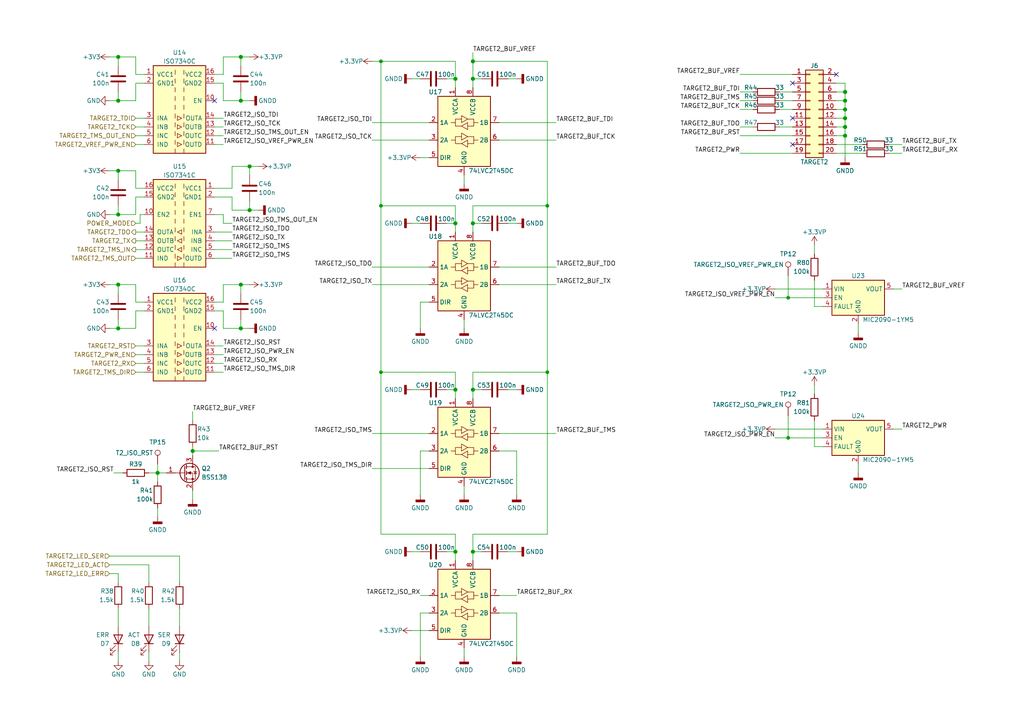
<source format=kicad_sch>
(kicad_sch (version 20221206) (generator eeschema)
  (paper "A4")
  (lib_symbols
    (symbol "Connector:TestPoint" (pin_numbers hide) (pin_names (offset 0.762) hide)
      (property "Reference" "TP" (at 0 6.858 0))
      (property "Value" "TestPoint" (at 0 5.08 0))
      (symbol "TestPoint_1_1"
        (pin passive line (at 0 0 90) (length 2.54) (name "1") (number "1"))
      )
    )
    (symbol "Connector_Generic:Conn_02x10_Odd_Even" (pin_names (offset 1.016) hide)
      (property "Reference" "J" (at 1.27 12.7 0))
      (property "Value" "Conn_02x10_Odd_Even" (at 1.27 -15.24 0))
      (symbol "Conn_02x10_Odd_Even_1_1"
        (pin passive line (at -5.08 10.16 0) (length 3.81) (name "Pin_1") (number "1"))
        (pin passive line (at 7.62 0 180) (length 3.81) (name "Pin_10") (number "10"))
        (pin passive line (at -5.08 -2.54 0) (length 3.81) (name "Pin_11") (number "11"))
        (pin passive line (at 7.62 -2.54 180) (length 3.81) (name "Pin_12") (number "12"))
        (pin passive line (at -5.08 -5.08 0) (length 3.81) (name "Pin_13") (number "13"))
        (pin passive line (at 7.62 -5.08 180) (length 3.81) (name "Pin_14") (number "14"))
        (pin passive line (at -5.08 -7.62 0) (length 3.81) (name "Pin_15") (number "15"))
        (pin passive line (at 7.62 -7.62 180) (length 3.81) (name "Pin_16") (number "16"))
        (pin passive line (at -5.08 -10.16 0) (length 3.81) (name "Pin_17") (number "17"))
        (pin passive line (at 7.62 -10.16 180) (length 3.81) (name "Pin_18") (number "18"))
        (pin passive line (at -5.08 -12.7 0) (length 3.81) (name "Pin_19") (number "19"))
        (pin passive line (at 7.62 10.16 180) (length 3.81) (name "Pin_2") (number "2"))
        (pin passive line (at 7.62 -12.7 180) (length 3.81) (name "Pin_20") (number "20"))
        (pin passive line (at -5.08 7.62 0) (length 3.81) (name "Pin_3") (number "3"))
        (pin passive line (at 7.62 7.62 180) (length 3.81) (name "Pin_4") (number "4"))
        (pin passive line (at -5.08 5.08 0) (length 3.81) (name "Pin_5") (number "5"))
        (pin passive line (at 7.62 5.08 180) (length 3.81) (name "Pin_6") (number "6"))
        (pin passive line (at -5.08 2.54 0) (length 3.81) (name "Pin_7") (number "7"))
        (pin passive line (at 7.62 2.54 180) (length 3.81) (name "Pin_8") (number "8"))
        (pin passive line (at -5.08 0 0) (length 3.81) (name "Pin_9") (number "9"))
      )
    )
    (symbol "Device:C" (pin_numbers hide) (pin_names (offset 0.254))
      (property "Reference" "C" (at 0.635 2.54 0))
      (property "Value" "C" (at 0.635 -2.54 0))
      (symbol "C_1_1"
        (pin passive line (at 0 3.81 270) (length 2.794) (name "~") (number "1"))
        (pin passive line (at 0 -3.81 90) (length 2.794) (name "~") (number "2"))
      )
    )
    (symbol "Device:LED" (pin_numbers hide) (pin_names (offset 1.016) hide)
      (property "Reference" "D" (at 0 2.54 0))
      (property "Value" "LED" (at 0 -2.54 0))
      (symbol "LED_1_1"
        (pin passive line (at -3.81 0 0) (length 2.54) (name "K") (number "1"))
        (pin passive line (at 3.81 0 180) (length 2.54) (name "A") (number "2"))
      )
    )
    (symbol "Device:R" (pin_numbers hide) (pin_names (offset 0))
      (property "Reference" "R" (at 2.032 0 90))
      (property "Value" "R" (at 0 0 90))
      (symbol "R_1_1"
        (pin passive line (at 0 3.81 270) (length 1.27) (name "~") (number "1"))
        (pin passive line (at 0 -3.81 90) (length 1.27) (name "~") (number "2"))
      )
    )
    (symbol "Isolator:ISO7340C" (pin_names (offset 1.016))
      (property "Reference" "U" (at 0 15.875 0))
      (property "Value" "ISO7340C" (at 0 13.97 0))
      (symbol "ISO7340C_1_1"
        (pin power_in line (at -10.16 10.16 0) (length 2.54) (name "VCC1") (number "1"))
        (pin input line (at 10.16 2.54 180) (length 2.54) (name "EN") (number "10"))
        (pin output line (at 10.16 -10.16 180) (length 2.54) (name "OUTD") (number "11"))
        (pin output line (at 10.16 -7.62 180) (length 2.54) (name "OUTC") (number "12"))
        (pin output line (at 10.16 -5.08 180) (length 2.54) (name "OUTB") (number "13"))
        (pin output line (at 10.16 -2.54 180) (length 2.54) (name "OUTA") (number "14"))
        (pin power_in line (at 10.16 7.62 180) (length 2.54) (name "GND2") (number "15"))
        (pin power_in line (at 10.16 10.16 180) (length 2.54) (name "VCC2") (number "16"))
        (pin power_in line (at -10.16 7.62 0) (length 2.54) (name "GND1") (number "2"))
        (pin input line (at -10.16 -2.54 0) (length 2.54) (name "INA") (number "3"))
        (pin input line (at -10.16 -5.08 0) (length 2.54) (name "INB") (number "4"))
        (pin input line (at -10.16 -7.62 0) (length 2.54) (name "INC") (number "5"))
        (pin input line (at -10.16 -10.16 0) (length 2.54) (name "IND") (number "6"))
        (pin passive line (at -10.16 7.62 0) (length 2.54) hide (name "GND1") (number "8"))
        (pin passive line (at 10.16 7.62 180) (length 2.54) hide (name "GND2") (number "9"))
      )
    )
    (symbol "Isolator:ISO7341C" (pin_names (offset 1.016))
      (property "Reference" "U" (at 0 15.875 0))
      (property "Value" "ISO7341C" (at 0 13.97 0))
      (symbol "ISO7341C_1_1"
        (pin power_in line (at -10.16 10.16 0) (length 2.54) (name "VCC1") (number "1"))
        (pin input line (at 10.16 2.54 180) (length 2.54) (name "EN2") (number "10"))
        (pin input line (at 10.16 -10.16 180) (length 2.54) (name "IND") (number "11"))
        (pin output line (at 10.16 -7.62 180) (length 2.54) (name "OUTC") (number "12"))
        (pin output line (at 10.16 -5.08 180) (length 2.54) (name "OUTB") (number "13"))
        (pin output line (at 10.16 -2.54 180) (length 2.54) (name "OUTA") (number "14"))
        (pin power_in line (at 10.16 7.62 180) (length 2.54) (name "GND2") (number "15"))
        (pin power_in line (at 10.16 10.16 180) (length 2.54) (name "VCC2") (number "16"))
        (pin power_in line (at -10.16 7.62 0) (length 2.54) (name "GND1") (number "2"))
        (pin input line (at -10.16 -2.54 0) (length 2.54) (name "INA") (number "3"))
        (pin input line (at -10.16 -5.08 0) (length 2.54) (name "INB") (number "4"))
        (pin input line (at -10.16 -7.62 0) (length 2.54) (name "INC") (number "5"))
        (pin output line (at -10.16 -10.16 0) (length 2.54) (name "OUTD") (number "6"))
        (pin input line (at -10.16 2.54 0) (length 2.54) (name "EN1") (number "7"))
        (pin passive line (at -10.16 7.62 0) (length 2.54) hide (name "GND1") (number "8"))
        (pin passive line (at 10.16 7.62 180) (length 2.54) hide (name "GND2") (number "9"))
      )
    )
    (symbol "Logic_LevelTranslator:74LVC2T45DC"
      (property "Reference" "U" (at 6.35 -11.43 0))
      (property "Value" "74LVC2T45DC" (at 10.16 11.43 0))
      (symbol "74LVC2T45DC_1_1"
        (pin power_in line (at -2.54 12.7 270) (length 2.54) (name "VCCA") (number "1"))
        (pin bidirectional line (at -10.16 2.54 0) (length 2.54) (name "1A") (number "2"))
        (pin bidirectional line (at -10.16 -2.54 0) (length 2.54) (name "2A") (number "3"))
        (pin power_in line (at 0 -12.7 90) (length 2.54) (name "GND") (number "4"))
        (pin input line (at -10.16 -7.62 0) (length 2.54) (name "DIR") (number "5"))
        (pin bidirectional line (at 10.16 -2.54 180) (length 2.54) (name "2B") (number "6"))
        (pin bidirectional line (at 10.16 2.54 180) (length 2.54) (name "1B") (number "7"))
        (pin power_in line (at 2.54 12.7 270) (length 2.54) (name "VCCB") (number "8"))
      )
    )
    (symbol "MIC2090:MIC2090-1YM5"
      (property "Reference" "U" (at -7.62 6.35 0))
      (property "Value" "MIC2090-1YM5" (at 13.97 6.35 0))
      (symbol "MIC2090-1YM5_1_1"
        (pin power_in line (at -10.16 2.54 0) (length 2.54) (name "VIN") (number "1"))
        (pin power_in line (at 0 -7.62 90) (length 2.54) (name "GND") (number "2"))
        (pin input line (at -10.16 0 0) (length 2.54) (name "EN") (number "3"))
        (pin open_collector line (at -10.16 -2.54 0) (length 2.54) (name "FAULT") (number "4"))
        (pin power_out line (at 10.16 2.54 180) (length 2.54) (name "VOUT") (number "5"))
      )
    )
    (symbol "Transistor_FET:BSS138" (pin_names hide)
      (property "Reference" "Q" (at 5.08 1.905 0))
      (property "Value" "BSS138" (at 5.08 0 0))
      (symbol "BSS138_1_1"
        (pin input line (at -5.08 0 0) (length 2.54) (name "G") (number "1"))
        (pin passive line (at 2.54 -5.08 90) (length 2.54) (name "S") (number "2"))
        (pin passive line (at 2.54 5.08 270) (length 2.54) (name "D") (number "3"))
      )
    )
    (symbol "power:+3.3VP" (power) (pin_names (offset 0))
      (property "Value" "+3.3VP" (at 0 2.54 0))
      (symbol "+3.3VP_0_0"
        (pin power_in line (at 0 0 90) (length 0) hide (name "+3.3VP") (number "1"))
      )
    )
    (symbol "power:+3V3" (power) (pin_names (offset 0))
      (property "Value" "+3V3" (at 0 3.556 0))
      (symbol "+3V3_1_1"
        (pin power_in line (at 0 0 90) (length 0) hide (name "+3V3") (number "1"))
      )
    )
    (symbol "power:GND" (power) (pin_names (offset 0))
      (property "Value" "GND" (at 0 -3.81 0))
      (symbol "GND_1_1"
        (pin power_in line (at 0 0 270) (length 0) hide (name "GND") (number "1"))
      )
    )
    (symbol "power:GNDD" (power) (pin_names (offset 0))
      (property "Value" "GNDD" (at 0 -3.175 0))
      (symbol "GNDD_1_1"
        (pin power_in line (at 0 0 270) (length 0) hide (name "GNDD") (number "1"))
      )
    )
  )
  (junction (at 72.39 48.26) (diameter 1.016))
  (junction (at 72.39 60.96) (diameter 1.016))
  (junction (at 132.08 22.86) (diameter 1.016))
  (junction (at 245.11 31.75) (diameter 1.016))
  (junction (at 245.11 34.29) (diameter 1.016))
  (junction (at 55.88 130.81) (diameter 1.016))
  (junction (at 34.29 16.51) (diameter 1.016))
  (junction (at 34.29 29.21) (diameter 1.016))
  (junction (at 110.49 59.69) (diameter 0.9144))
  (junction (at 137.16 22.86) (diameter 1.016))
  (junction (at 137.16 160.02) (diameter 1.016))
  (junction (at 110.49 107.95) (diameter 0.9144))
  (junction (at 45.72 137.16) (diameter 1.016))
  (junction (at 158.75 59.69) (diameter 0.9144))
  (junction (at 34.29 82.55) (diameter 1.016))
  (junction (at 110.49 17.78) (diameter 0.9144))
  (junction (at 228.6 127))
  (junction (at 245.11 39.37) (diameter 1.016))
  (junction (at 132.08 64.77) (diameter 1.016))
  (junction (at 69.85 29.21) (diameter 1.016))
  (junction (at 34.29 95.25) (diameter 1.016))
  (junction (at 137.16 113.03) (diameter 1.016))
  (junction (at 69.85 16.51) (diameter 1.016))
  (junction (at 245.11 26.67) (diameter 1.016))
  (junction (at 228.6 86.36))
  (junction (at 132.08 113.03) (diameter 1.016))
  (junction (at 34.29 49.53) (diameter 1.016))
  (junction (at 132.08 160.02) (diameter 1.016))
  (junction (at 137.16 64.77) (diameter 1.016))
  (junction (at 158.75 107.95) (diameter 0.9144))
  (junction (at 137.16 17.78) (diameter 1.016))
  (junction (at 69.85 82.55) (diameter 1.016))
  (junction (at 245.11 29.21) (diameter 1.016))
  (junction (at 34.29 62.23) (diameter 1.016))
  (junction (at 69.85 95.25) (diameter 1.016))
  (junction (at 245.11 36.83) (diameter 1.016))
  (no_connect (at 62.23 29.21))
  (no_connect (at 62.23 95.25))
  (no_connect (at 229.87 34.29))
  (no_connect (at 229.87 24.13))
  (no_connect (at 229.87 41.91))
  (no_connect (at 242.57 21.59))
  (wire (pts (xy 31.75 82.55) (xy 34.29 82.55)))
  (wire (pts (xy 242.57 26.67) (xy 245.11 26.67)))
  (wire (pts (xy 64.77 95.25) (xy 64.77 90.17)))
  (wire (pts (xy 62.23 34.29) (xy 64.77 34.29)))
  (wire (pts (xy 64.77 62.23) (xy 64.77 64.77)))
  (wire (pts (xy 64.77 64.77) (xy 67.31 64.77)))
  (wire (pts (xy 110.49 107.95) (xy 132.08 107.95)))
  (wire (pts (xy 69.85 95.25) (xy 64.77 95.25)))
  (wire (pts (xy 72.39 48.26) (xy 67.31 48.26)))
  (wire (pts (xy 134.62 190.5) (xy 134.62 187.96)))
  (wire (pts (xy 236.22 81.28) (xy 236.22 88.9)))
  (wire (pts (xy 39.37 62.23) (xy 39.37 57.15)))
  (wire (pts (xy 31.75 163.83) (xy 43.18 163.83)))
  (wire (pts (xy 134.62 95.25) (xy 134.62 92.71)))
  (wire (pts (xy 62.23 36.83) (xy 64.77 36.83)))
  (wire (pts (xy 144.78 82.55) (xy 161.29 82.55)))
  (wire (pts (xy 39.37 74.93) (xy 41.91 74.93)))
  (wire (pts (xy 139.7 113.03) (xy 137.16 113.03)))
  (wire (pts (xy 34.29 85.09) (xy 34.29 82.55)))
  (wire (pts (xy 39.37 24.13) (xy 41.91 24.13)))
  (wire (pts (xy 236.22 121.92) (xy 236.22 129.54)))
  (wire (pts (xy 40.64 62.23) (xy 40.64 64.77)))
  (wire (pts (xy 137.16 107.95) (xy 137.16 113.03)))
  (wire (pts (xy 45.72 137.16) (xy 48.26 137.16)))
  (wire (pts (xy 245.11 29.21) (xy 245.11 31.75)))
  (wire (pts (xy 121.92 177.8) (xy 121.92 190.5)))
  (wire (pts (xy 149.86 130.81) (xy 149.86 143.51)))
  (wire (pts (xy 242.57 29.21) (xy 245.11 29.21)))
  (wire (pts (xy 229.87 44.45) (xy 214.63 44.45)))
  (wire (pts (xy 144.78 77.47) (xy 161.29 77.47)))
  (wire (pts (xy 52.07 161.29) (xy 52.07 168.91)))
  (wire (pts (xy 259.08 124.46) (xy 261.62 124.46)))
  (wire (pts (xy 137.16 17.78) (xy 137.16 22.86)))
  (wire (pts (xy 72.39 60.96) (xy 67.31 60.96)))
  (wire (pts (xy 124.46 182.88) (xy 119.38 182.88)))
  (wire (pts (xy 55.88 129.54) (xy 55.88 130.81)))
  (wire (pts (xy 52.07 176.53) (xy 52.07 181.61)))
  (wire (pts (xy 137.16 64.77) (xy 137.16 67.31)))
  (wire (pts (xy 124.46 87.63) (xy 121.92 87.63)))
  (wire (pts (xy 124.46 172.72) (xy 121.92 172.72)))
  (wire (pts (xy 147.32 22.86) (xy 149.86 22.86)))
  (wire (pts (xy 214.63 39.37) (xy 229.87 39.37)))
  (wire (pts (xy 69.85 16.51) (xy 64.77 16.51)))
  (wire (pts (xy 34.29 59.69) (xy 34.29 62.23)))
  (wire (pts (xy 121.92 95.25) (xy 121.92 87.63)))
  (wire (pts (xy 137.16 64.77) (xy 137.16 59.69)))
  (wire (pts (xy 74.93 60.96) (xy 72.39 60.96)))
  (wire (pts (xy 132.08 160.02) (xy 132.08 162.56)))
  (wire (pts (xy 39.37 90.17) (xy 41.91 90.17)))
  (wire (pts (xy 62.23 57.15) (xy 67.31 57.15)))
  (wire (pts (xy 34.29 95.25) (xy 39.37 95.25)))
  (wire (pts (xy 224.79 127) (xy 228.6 127)))
  (wire (pts (xy 144.78 177.8) (xy 149.86 177.8)))
  (wire (pts (xy 228.6 86.36) (xy 238.76 86.36)))
  (wire (pts (xy 110.49 59.69) (xy 110.49 107.95)))
  (wire (pts (xy 62.23 102.87) (xy 64.77 102.87)))
  (wire (pts (xy 144.78 172.72) (xy 149.86 172.72)))
  (wire (pts (xy 245.11 26.67) (xy 245.11 29.21)))
  (wire (pts (xy 69.85 82.55) (xy 64.77 82.55)))
  (wire (pts (xy 257.81 41.91) (xy 261.62 41.91)))
  (wire (pts (xy 158.75 17.78) (xy 137.16 17.78)))
  (wire (pts (xy 144.78 40.64) (xy 161.29 40.64)))
  (wire (pts (xy 31.75 95.25) (xy 34.29 95.25)))
  (wire (pts (xy 242.57 31.75) (xy 245.11 31.75)))
  (wire (pts (xy 137.16 113.03) (xy 137.16 115.57)))
  (wire (pts (xy 39.37 102.87) (xy 41.91 102.87)))
  (wire (pts (xy 31.75 166.37) (xy 34.29 166.37)))
  (wire (pts (xy 107.95 125.73) (xy 124.46 125.73)))
  (wire (pts (xy 34.29 82.55) (xy 39.37 82.55)))
  (wire (pts (xy 34.29 19.05) (xy 34.29 16.51)))
  (wire (pts (xy 245.11 24.13) (xy 245.11 26.67)))
  (wire (pts (xy 45.72 149.86) (xy 45.72 147.32)))
  (wire (pts (xy 139.7 64.77) (xy 137.16 64.77)))
  (wire (pts (xy 62.23 74.93) (xy 67.31 74.93)))
  (wire (pts (xy 245.11 31.75) (xy 245.11 34.29)))
  (wire (pts (xy 129.54 113.03) (xy 132.08 113.03)))
  (wire (pts (xy 110.49 59.69) (xy 110.49 17.78)))
  (wire (pts (xy 245.11 39.37) (xy 245.11 45.72)))
  (wire (pts (xy 62.23 107.95) (xy 64.77 107.95)))
  (wire (pts (xy 39.37 87.63) (xy 41.91 87.63)))
  (wire (pts (xy 62.23 39.37) (xy 64.77 39.37)))
  (wire (pts (xy 39.37 67.31) (xy 41.91 67.31)))
  (wire (pts (xy 121.92 64.77) (xy 119.38 64.77)))
  (wire (pts (xy 236.22 129.54) (xy 238.76 129.54)))
  (wire (pts (xy 214.63 26.67) (xy 218.44 26.67)))
  (wire (pts (xy 39.37 29.21) (xy 39.37 24.13)))
  (wire (pts (xy 158.75 154.94) (xy 137.16 154.94)))
  (wire (pts (xy 72.39 50.8) (xy 72.39 48.26)))
  (wire (pts (xy 62.23 105.41) (xy 64.77 105.41)))
  (wire (pts (xy 64.77 24.13) (xy 62.23 24.13)))
  (wire (pts (xy 107.95 17.78) (xy 110.49 17.78)))
  (wire (pts (xy 110.49 17.78) (xy 132.08 17.78)))
  (wire (pts (xy 39.37 57.15) (xy 41.91 57.15)))
  (wire (pts (xy 242.57 44.45) (xy 250.19 44.45)))
  (wire (pts (xy 107.95 35.56) (xy 124.46 35.56)))
  (wire (pts (xy 242.57 34.29) (xy 245.11 34.29)))
  (wire (pts (xy 107.95 82.55) (xy 124.46 82.55)))
  (wire (pts (xy 62.23 62.23) (xy 64.77 62.23)))
  (wire (pts (xy 137.16 22.86) (xy 137.16 25.4)))
  (wire (pts (xy 43.18 168.91) (xy 43.18 163.83)))
  (wire (pts (xy 228.6 127) (xy 238.76 127)))
  (wire (pts (xy 137.16 59.69) (xy 158.75 59.69)))
  (wire (pts (xy 72.39 82.55) (xy 69.85 82.55)))
  (wire (pts (xy 124.46 177.8) (xy 121.92 177.8)))
  (wire (pts (xy 158.75 59.69) (xy 158.75 107.95)))
  (wire (pts (xy 34.29 92.71) (xy 34.29 95.25)))
  (wire (pts (xy 124.46 130.81) (xy 121.92 130.81)))
  (wire (pts (xy 31.75 16.51) (xy 34.29 16.51)))
  (wire (pts (xy 62.23 100.33) (xy 64.77 100.33)))
  (wire (pts (xy 39.37 95.25) (xy 39.37 90.17)))
  (wire (pts (xy 62.23 67.31) (xy 67.31 67.31)))
  (wire (pts (xy 236.22 88.9) (xy 238.76 88.9)))
  (wire (pts (xy 121.92 160.02) (xy 119.38 160.02)))
  (wire (pts (xy 242.57 36.83) (xy 245.11 36.83)))
  (wire (pts (xy 132.08 64.77) (xy 132.08 59.69)))
  (wire (pts (xy 41.91 62.23) (xy 40.64 62.23)))
  (wire (pts (xy 245.11 34.29) (xy 245.11 36.83)))
  (wire (pts (xy 34.29 168.91) (xy 34.29 166.37)))
  (wire (pts (xy 132.08 17.78) (xy 132.08 22.86)))
  (wire (pts (xy 64.77 16.51) (xy 64.77 21.59)))
  (wire (pts (xy 158.75 59.69) (xy 158.75 17.78)))
  (wire (pts (xy 257.81 44.45) (xy 261.62 44.45)))
  (wire (pts (xy 139.7 160.02) (xy 137.16 160.02)))
  (wire (pts (xy 144.78 130.81) (xy 149.86 130.81)))
  (wire (pts (xy 55.88 119.38) (xy 55.88 121.92)))
  (wire (pts (xy 147.32 64.77) (xy 149.86 64.77)))
  (wire (pts (xy 72.39 29.21) (xy 69.85 29.21)))
  (wire (pts (xy 69.85 29.21) (xy 64.77 29.21)))
  (wire (pts (xy 69.85 26.67) (xy 69.85 29.21)))
  (wire (pts (xy 242.57 24.13) (xy 245.11 24.13)))
  (wire (pts (xy 62.23 54.61) (xy 67.31 54.61)))
  (wire (pts (xy 55.88 130.81) (xy 63.5 130.81)))
  (wire (pts (xy 107.95 77.47) (xy 124.46 77.47)))
  (wire (pts (xy 31.75 49.53) (xy 34.29 49.53)))
  (wire (pts (xy 31.75 62.23) (xy 34.29 62.23)))
  (wire (pts (xy 110.49 59.69) (xy 132.08 59.69)))
  (wire (pts (xy 64.77 21.59) (xy 62.23 21.59)))
  (wire (pts (xy 52.07 189.23) (xy 52.07 191.77)))
  (wire (pts (xy 248.92 93.98) (xy 248.92 96.52)))
  (wire (pts (xy 31.75 161.29) (xy 52.07 161.29)))
  (wire (pts (xy 67.31 48.26) (xy 67.31 54.61)))
  (wire (pts (xy 74.93 48.26) (xy 72.39 48.26)))
  (wire (pts (xy 39.37 41.91) (xy 41.91 41.91)))
  (wire (pts (xy 242.57 39.37) (xy 245.11 39.37)))
  (wire (pts (xy 137.16 107.95) (xy 158.75 107.95)))
  (wire (pts (xy 129.54 64.77) (xy 132.08 64.77)))
  (wire (pts (xy 228.6 120.65) (xy 228.6 127)))
  (wire (pts (xy 226.06 31.75) (xy 229.87 31.75)))
  (wire (pts (xy 45.72 137.16) (xy 43.18 137.16)))
  (wire (pts (xy 33.02 137.16) (xy 35.56 137.16)))
  (wire (pts (xy 134.62 143.51) (xy 134.62 140.97)))
  (wire (pts (xy 72.39 58.42) (xy 72.39 60.96)))
  (wire (pts (xy 224.79 83.82) (xy 238.76 83.82)))
  (wire (pts (xy 43.18 176.53) (xy 43.18 181.61)))
  (wire (pts (xy 137.16 15.24) (xy 137.16 17.78)))
  (wire (pts (xy 248.92 134.62) (xy 248.92 137.16)))
  (wire (pts (xy 214.63 21.59) (xy 229.87 21.59)))
  (wire (pts (xy 137.16 160.02) (xy 137.16 162.56)))
  (wire (pts (xy 39.37 107.95) (xy 41.91 107.95)))
  (wire (pts (xy 214.63 29.21) (xy 218.44 29.21)))
  (wire (pts (xy 69.85 92.71) (xy 69.85 95.25)))
  (wire (pts (xy 34.29 26.67) (xy 34.29 29.21)))
  (wire (pts (xy 132.08 64.77) (xy 132.08 67.31)))
  (wire (pts (xy 64.77 82.55) (xy 64.77 87.63)))
  (wire (pts (xy 39.37 69.85) (xy 41.91 69.85)))
  (wire (pts (xy 121.92 22.86) (xy 119.38 22.86)))
  (wire (pts (xy 129.54 160.02) (xy 132.08 160.02)))
  (wire (pts (xy 55.88 144.78) (xy 55.88 142.24)))
  (wire (pts (xy 39.37 64.77) (xy 40.64 64.77)))
  (wire (pts (xy 34.29 62.23) (xy 39.37 62.23)))
  (wire (pts (xy 226.06 29.21) (xy 229.87 29.21)))
  (wire (pts (xy 64.77 87.63) (xy 62.23 87.63)))
  (wire (pts (xy 139.7 22.86) (xy 137.16 22.86)))
  (wire (pts (xy 69.85 19.05) (xy 69.85 16.51)))
  (wire (pts (xy 39.37 72.39) (xy 41.91 72.39)))
  (wire (pts (xy 43.18 189.23) (xy 43.18 191.77)))
  (wire (pts (xy 158.75 107.95) (xy 158.75 154.94)))
  (wire (pts (xy 67.31 60.96) (xy 67.31 57.15)))
  (wire (pts (xy 39.37 82.55) (xy 39.37 87.63)))
  (wire (pts (xy 107.95 40.64) (xy 124.46 40.64)))
  (wire (pts (xy 224.79 124.46) (xy 238.76 124.46)))
  (wire (pts (xy 39.37 36.83) (xy 41.91 36.83)))
  (wire (pts (xy 144.78 35.56) (xy 161.29 35.56)))
  (wire (pts (xy 245.11 36.83) (xy 245.11 39.37)))
  (wire (pts (xy 31.75 29.21) (xy 34.29 29.21)))
  (wire (pts (xy 228.6 80.01) (xy 228.6 86.36)))
  (wire (pts (xy 39.37 34.29) (xy 41.91 34.29)))
  (wire (pts (xy 72.39 95.25) (xy 69.85 95.25)))
  (wire (pts (xy 34.29 189.23) (xy 34.29 191.77)))
  (wire (pts (xy 39.37 49.53) (xy 39.37 54.61)))
  (wire (pts (xy 147.32 160.02) (xy 149.86 160.02)))
  (wire (pts (xy 214.63 31.75) (xy 218.44 31.75)))
  (wire (pts (xy 34.29 176.53) (xy 34.29 181.61)))
  (wire (pts (xy 62.23 41.91) (xy 64.77 41.91)))
  (wire (pts (xy 39.37 16.51) (xy 39.37 21.59)))
  (wire (pts (xy 39.37 105.41) (xy 41.91 105.41)))
  (wire (pts (xy 236.22 71.12) (xy 236.22 73.66)))
  (wire (pts (xy 214.63 36.83) (xy 218.44 36.83)))
  (wire (pts (xy 55.88 130.81) (xy 55.88 132.08)))
  (wire (pts (xy 147.32 113.03) (xy 149.86 113.03)))
  (wire (pts (xy 39.37 21.59) (xy 41.91 21.59)))
  (wire (pts (xy 242.57 41.91) (xy 250.19 41.91)))
  (wire (pts (xy 39.37 54.61) (xy 41.91 54.61)))
  (wire (pts (xy 34.29 52.07) (xy 34.29 49.53)))
  (wire (pts (xy 45.72 134.62) (xy 45.72 137.16)))
  (wire (pts (xy 64.77 29.21) (xy 64.77 24.13)))
  (wire (pts (xy 110.49 154.94) (xy 132.08 154.94)))
  (wire (pts (xy 132.08 154.94) (xy 132.08 160.02)))
  (wire (pts (xy 121.92 130.81) (xy 121.92 143.51)))
  (wire (pts (xy 34.29 16.51) (xy 39.37 16.51)))
  (wire (pts (xy 226.06 36.83) (xy 229.87 36.83)))
  (wire (pts (xy 149.86 177.8) (xy 149.86 190.5)))
  (wire (pts (xy 134.62 53.34) (xy 134.62 50.8)))
  (wire (pts (xy 132.08 107.95) (xy 132.08 113.03)))
  (wire (pts (xy 236.22 111.76) (xy 236.22 114.3)))
  (wire (pts (xy 34.29 29.21) (xy 39.37 29.21)))
  (wire (pts (xy 45.72 139.7) (xy 45.72 137.16)))
  (wire (pts (xy 34.29 49.53) (xy 39.37 49.53)))
  (wire (pts (xy 72.39 16.51) (xy 69.85 16.51)))
  (wire (pts (xy 62.23 69.85) (xy 67.31 69.85)))
  (wire (pts (xy 107.95 135.89) (xy 124.46 135.89)))
  (wire (pts (xy 226.06 26.67) (xy 229.87 26.67)))
  (wire (pts (xy 129.54 22.86) (xy 132.08 22.86)))
  (wire (pts (xy 64.77 90.17) (xy 62.23 90.17)))
  (wire (pts (xy 39.37 39.37) (xy 41.91 39.37)))
  (wire (pts (xy 62.23 72.39) (xy 67.31 72.39)))
  (wire (pts (xy 224.79 86.36) (xy 228.6 86.36)))
  (wire (pts (xy 39.37 100.33) (xy 41.91 100.33)))
  (wire (pts (xy 259.08 83.82) (xy 261.62 83.82)))
  (wire (pts (xy 124.46 45.72) (xy 121.92 45.72)))
  (wire (pts (xy 121.92 113.03) (xy 119.38 113.03)))
  (wire (pts (xy 69.85 85.09) (xy 69.85 82.55)))
  (wire (pts (xy 132.08 113.03) (xy 132.08 115.57)))
  (wire (pts (xy 132.08 22.86) (xy 132.08 25.4)))
  (wire (pts (xy 137.16 154.94) (xy 137.16 160.02)))
  (wire (pts (xy 144.78 125.73) (xy 161.29 125.73)))
  (wire (pts (xy 110.49 107.95) (xy 110.49 154.94)))
  (label "TARGET2_PWR" (at 214.63 44.45 180))
  (label "TARGET2_BUF_RST" (at 63.5 130.81 0))
  (label "TARGET2_ISO_TMS_OUT_EN" (at 64.77 39.37 0))
  (label "TARGET2_ISO_PWR_EN" (at 64.77 102.87 0))
  (label "TARGET2_ISO_TMS" (at 67.31 74.93 0))
  (label "TARGET2_BUF_VREF" (at 55.88 119.38 0))
  (label "TARGET2_ISO_TX" (at 107.95 82.55 180))
  (label "TARGET2_ISO_TDI" (at 64.77 34.29 0))
  (label "TARGET2_BUF_RX" (at 149.86 172.72 0))
  (label "TARGET2_ISO_RST" (at 64.77 100.33 0))
  (label "TARGET2_BUF_VREF" (at 214.63 21.59 180))
  (label "TARGET2_BUF_TDO" (at 161.29 77.47 0))
  (label "TARGET2_BUF_TMS" (at 161.29 125.73 0))
  (label "TARGET2_ISO_TMS_DIR" (at 64.77 107.95 0))
  (label "TARGET2_BUF_TMS" (at 214.63 29.21 180))
  (label "TARGET2_BUF_VREF" (at 137.16 15.24 0))
  (label "TARGET2_PWR" (at 261.62 124.46 0))
  (label "TARGET2_ISO_RX" (at 121.92 172.72 180))
  (label "TARGET2_BUF_TDO" (at 214.63 36.83 180))
  (label "TARGET2_ISO_TDI" (at 107.95 35.56 180))
  (label "TARGET2_ISO_TMS" (at 67.31 72.39 0))
  (label "TARGET2_BUF_TX" (at 261.62 41.91 0))
  (label "TARGET2_ISO_TCK" (at 64.77 36.83 0))
  (label "TARGET2_BUF_TCK" (at 214.63 31.75 180))
  (label "TARGET2_BUF_TDI" (at 161.29 35.56 0))
  (label "TARGET2_BUF_RX" (at 261.62 44.45 0))
  (label "TARGET2_ISO_VREF_PWR_EN" (at 224.79 86.36 180))
  (label "TARGET2_ISO_TDO" (at 107.95 77.47 180))
  (label "TARGET2_ISO_TX" (at 67.31 69.85 0))
  (label "TARGET2_BUF_TX" (at 161.29 82.55 0))
  (label "TARGET2_ISO_RST" (at 33.02 137.16 180))
  (label "TARGET2_BUF_TCK" (at 161.29 40.64 0))
  (label "TARGET2_ISO_TMS_OUT_EN" (at 67.31 64.77 0))
  (label "TARGET2_ISO_TMS" (at 107.95 125.73 180))
  (label "TARGET2_BUF_VREF" (at 261.62 83.82 0))
  (label "TARGET2_ISO_TMS_DIR" (at 107.95 135.89 180))
  (label "TARGET2_BUF_RST" (at 214.63 39.37 180))
  (label "TARGET2_BUF_TDI" (at 214.63 26.67 180))
  (label "TARGET2_ISO_TCK" (at 107.95 40.64 180))
  (label "TARGET2_ISO_RX" (at 64.77 105.41 0))
  (label "TARGET2_ISO_PWR_EN" (at 224.79 127 180))
  (label "TARGET2_ISO_VREF_PWR_EN" (at 64.77 41.91 0))
  (label "TARGET2_ISO_TDO" (at 67.31 67.31 0))
  (hierarchical_label "TARGET2_TX" (shape output) (at 39.37 69.85 180))
  (hierarchical_label "TARGET2_PWR_EN" (shape input) (at 39.37 102.87 180))
  (hierarchical_label "TARGET2_VREF_PWR_EN" (shape input) (at 39.37 41.91 180))
  (hierarchical_label "TARGET2_LED_ACT" (shape input) (at 31.75 163.83 180))
  (hierarchical_label "POWER_MODE" (shape input) (at 39.37 64.77 180))
  (hierarchical_label "TARGET2_LED_ERR" (shape input) (at 31.75 166.37 180))
  (hierarchical_label "TARGET2_TDI" (shape input) (at 39.37 34.29 180))
  (hierarchical_label "TARGET2_TMS_OUT" (shape input) (at 39.37 74.93 180))
  (hierarchical_label "TARGET2_TMS_IN" (shape output) (at 39.37 72.39 180))
  (hierarchical_label "TARGET2_TMS_DIR" (shape input) (at 39.37 107.95 180))
  (hierarchical_label "TARGET2_LED_SER" (shape input) (at 31.75 161.29 180))
  (hierarchical_label "TARGET2_RX" (shape input) (at 39.37 105.41 180))
  (hierarchical_label "TARGET2_RST" (shape input) (at 39.37 100.33 180))
  (hierarchical_label "TARGET2_TCK" (shape input) (at 39.37 36.83 180))
  (hierarchical_label "TARGET2_TDO" (shape output) (at 39.37 67.31 180))
  (hierarchical_label "TARGET2_TMS_OUT_EN" (shape input) (at 39.37 39.37 180))
  (symbol (lib_id "power:GNDD") (at 149.86 160.02 90) (unit 1)
    (property "Reference" "#PWR0145" (effects hide))
    (property "Value" "GNDD" (at 152.4 160.02 90) (effects (justify right)))
  )
  (symbol (lib_id "Device:LED") (at 52.07 185.42 270) (mirror x) (unit 1)
    (property "Reference" "D9" (at 49.53 186.69 90) (effects (justify right)))
    (property "Value" "SER" (at 49.53 184.15 90) (effects (justify right)))
    (property "Footprint" "LED_THT:LED_D3.0mm" (effects hide))
    (property "Part Number" "FYLS-0603UYC" (effects hide))
  )
  (symbol (lib_id "power:GNDD") (at 149.86 143.51 0) (unit 1)
    (property "Reference" "#PWR0147" (effects hide))
    (property "Value" "GNDD" (at 149.86 147.32 0))
  )
  (symbol (lib_id "Device:C") (at 72.39 54.61 180) (unit 1)
    (property "Reference" "C46" (at 74.93 53.34 0) (effects (justify right)))
    (property "Value" "100n" (at 74.93 55.88 0) (effects (justify right)))
    (property "Footprint" "Capacitor_SMD:C_0402_1005Metric" (effects hide))
    (property "Part Number" "CC0402KRX7R7BB104" (effects hide))
  )
  (symbol (lib_id "power:GND") (at 31.75 62.23 270) (unit 1)
    (property "Reference" "#PWR0240" (effects hide))
    (property "Value" "GND" (at 29.21 62.23 90) (effects (justify right)))
  )
  (symbol (lib_id "power:GND") (at 52.07 191.77 0) (unit 1)
    (property "Reference" "#PWR0237" (effects hide))
    (property "Value" "GND" (at 52.07 195.58 0))
  )
  (symbol (lib_id "Isolator:ISO7340C") (at 52.07 97.79 0) (unit 1)
    (property "Reference" "U16" (at 52.07 81.28 0))
    (property "Value" "ISO7340C" (at 52.07 83.82 0))
    (property "Footprint" "Package_SO:SOIC-16W_7.5x10.3mm_P1.27mm" (effects hide))
    (property "Datasheet" "http://www.ti.com/general/docs/lit/getliterature.tsp?genericPartNumber=iso7340c&fileType=pdf" (effects hide))
  )
  (symbol (lib_id "Device:C") (at 143.51 160.02 270) (unit 1)
    (property "Reference" "C54" (at 142.24 158.75 90) (effects (justify right)))
    (property "Value" "100n" (at 144.78 158.75 90) (effects (justify left)))
    (property "Footprint" "Capacitor_SMD:C_0402_1005Metric" (effects hide))
    (property "Part Number" "CC0402KRX7R7BB104" (effects hide))
  )
  (symbol (lib_id "power:+3.3VP") (at 236.22 111.76 0) (unit 1)
    (property "Reference" "#PWR010" (effects hide))
    (property "Value" "+3.3VP" (at 236.22 107.95 0))
  )
  (symbol (lib_id "power:GNDD") (at 149.86 22.86 90) (unit 1)
    (property "Reference" "#PWR0126" (effects hide))
    (property "Value" "GNDD" (at 152.4 22.86 90) (effects (justify right)))
  )
  (symbol (lib_id "power:GNDD") (at 149.86 64.77 90) (unit 1)
    (property "Reference" "#PWR0123" (effects hide))
    (property "Value" "GNDD" (at 152.4 64.77 90) (effects (justify right)))
  )
  (symbol (lib_id "Device:R") (at 222.25 26.67 90) (unit 1)
    (property "Reference" "R44" (at 219.71 25.4 90) (effects (justify left)))
    (property "Value" "33" (at 224.79 25.4 90) (effects (justify right)))
    (property "Footprint" "Resistor_SMD:R_0402_1005Metric" (effects hide))
    (property "Part Number" "RC0402FR-07100KL" (effects hide))
  )
  (symbol (lib_id "power:+3.3VP") (at 236.22 71.12 0) (unit 1)
    (property "Reference" "#PWR0211" (effects hide))
    (property "Value" "+3.3VP" (at 236.22 67.31 0))
  )
  (symbol (lib_id "Connector:TestPoint") (at 45.72 134.62 0) (mirror y) (unit 1)
    (property "Reference" "TP15" (at 45.72 128.27 0))
    (property "Value" "T2_ISO_RST" (at 44.45 132.08 0) (effects (justify left bottom)))
    (property "Footprint" "TestPoint:TestPoint_Pad_D1.0mm" (effects hide))
  )
  (symbol (lib_id "Device:R") (at 34.29 172.72 0) (mirror y) (unit 1)
    (property "Reference" "R38" (at 33.02 171.45 0) (effects (justify left)))
    (property "Value" "1.5k" (at 33.02 173.99 0) (effects (justify left)))
    (property "Footprint" "Resistor_SMD:R_0603_1608Metric" (effects hide))
    (property "Part Number" "RC0402FR-071K5L" (effects hide))
  )
  (symbol (lib_id "Device:R") (at 52.07 172.72 0) (mirror y) (unit 1)
    (property "Reference" "R42" (at 50.8 171.45 0) (effects (justify left)))
    (property "Value" "1.5k" (at 50.8 173.99 0) (effects (justify left)))
    (property "Footprint" "Resistor_SMD:R_0603_1608Metric" (effects hide))
    (property "Part Number" "RC0402FR-071K5L" (effects hide))
  )
  (symbol (lib_id "power:+3.3VP") (at 121.92 45.72 90) (unit 1)
    (property "Reference" "#PWR08" (effects hide))
    (property "Value" "+3.3VP" (at 119.38 45.72 90) (effects (justify left)))
  )
  (symbol (lib_id "Device:C") (at 125.73 113.03 90) (mirror x) (unit 1)
    (property "Reference" "C49" (at 124.46 111.76 90) (effects (justify left)))
    (property "Value" "100n" (at 127 111.76 90) (effects (justify right)))
    (property "Footprint" "Capacitor_SMD:C_0402_1005Metric" (effects hide))
    (property "Part Number" "CC0402KRX7R7BB104" (effects hide))
  )
  (symbol (lib_id "power:GNDD") (at 74.93 60.96 90) (unit 1)
    (property "Reference" "#PWR0157" (effects hide))
    (property "Value" "GNDD" (at 77.47 60.96 90) (effects (justify right)))
  )
  (symbol (lib_id "power:GNDD") (at 134.62 53.34 0) (unit 1)
    (property "Reference" "#PWR0135" (effects hide))
    (property "Value" "GNDD" (at 134.62 57.15 0))
  )
  (symbol (lib_id "power:GNDD") (at 121.92 190.5 0) (unit 1)
    (property "Reference" "#PWR0150" (effects hide))
    (property "Value" "GNDD" (at 121.92 194.31 0))
  )
  (symbol (lib_id "Device:C") (at 34.29 55.88 0) (mirror x) (unit 1)
    (property "Reference" "C42" (at 31.75 54.61 0) (effects (justify right)))
    (property "Value" "100n" (at 31.75 57.15 0) (effects (justify right)))
    (property "Footprint" "Capacitor_SMD:C_0402_1005Metric" (effects hide))
    (property "Part Number" "CC0402KRX7R7BB104" (effects hide))
  )
  (symbol (lib_id "Device:R") (at 236.22 118.11 0) (mirror y) (unit 1)
    (property "Reference" "R81" (at 234.95 116.84 0) (effects (justify left)))
    (property "Value" "100k" (at 234.95 119.38 0) (effects (justify left)))
    (property "Footprint" "Resistor_SMD:R_0402_1005Metric" (effects hide))
    (property "Part Number" "RC0402FR-0710KL" (effects hide))
    (instances (project "RubyLink_revC" (path "" (reference "R81") (unit 1)) (path "" (reference "R49") (unit 1))))
  )
  (symbol (lib_id "power:GNDD") (at 72.39 29.21 90) (unit 1)
    (property "Reference" "#PWR0155" (effects hide))
    (property "Value" "GNDD" (at 74.93 29.21 90) (effects (justify right)))
  )
  (symbol (lib_id "Device:LED") (at 34.29 185.42 270) (mirror x) (unit 1)
    (property "Reference" "D7" (at 31.75 186.69 90) (effects (justify right)))
    (property "Value" "ERR" (at 31.75 184.15 90) (effects (justify right)))
    (property "Footprint" "LED_THT:LED_D3.0mm" (effects hide))
  )
  (symbol (lib_id "power:GNDD") (at 119.38 160.02 270) (unit 1)
    (property "Reference" "#PWR0143" (effects hide))
    (property "Value" "GNDD" (at 116.84 160.02 90) (effects (justify right)))
  )
  (symbol (lib_id "Device:C") (at 69.85 88.9 180) (unit 1)
    (property "Reference" "C45" (at 72.39 87.63 0) (effects (justify right)))
    (property "Value" "100n" (at 72.39 90.17 0) (effects (justify right)))
    (property "Footprint" "Capacitor_SMD:C_0402_1005Metric" (effects hide))
    (property "Part Number" "CC0402KRX7R7BB104" (effects hide))
  )
  (symbol (lib_id "Connector:TestPoint") (at 228.6 80.01 0) (mirror y) (unit 1)
    (property "Reference" "TP12" (at 228.6 73.66 0))
    (property "Value" "TARGET2_ISO_VREF_PWR_EN" (at 227.33 77.47 0) (effects (justify left bottom)))
    (property "Footprint" "TestPoint:TestPoint_Pad_D1.0mm" (effects hide))
    (instances (project "RubyLink_revC" (path "" (reference "TP12") (unit 1)) (path "" (reference "TP16") (unit 1))))
  )
  (symbol (lib_id "Device:R") (at 222.25 36.83 90) (unit 1)
    (property "Reference" "R47" (at 219.71 35.56 90) (effects (justify left)))
    (property "Value" "33" (at 224.79 35.56 90) (effects (justify right)))
    (property "Footprint" "Resistor_SMD:R_0402_1005Metric" (effects hide))
    (property "Part Number" "RC0402FR-07100KL" (effects hide))
  )
  (symbol (lib_id "power:GND") (at 31.75 29.21 270) (unit 1)
    (property "Reference" "#PWR0241" (effects hide))
    (property "Value" "GND" (at 29.21 29.21 90) (effects (justify right)))
  )
  (symbol (lib_id "Device:R") (at 222.25 29.21 90) (unit 1)
    (property "Reference" "R45" (at 219.71 27.94 90) (effects (justify left)))
    (property "Value" "33" (at 224.79 27.94 90) (effects (justify right)))
    (property "Footprint" "Resistor_SMD:R_0402_1005Metric" (effects hide))
    (property "Part Number" "RC0402FR-07100KL" (effects hide))
  )
  (symbol (lib_id "power:GNDD") (at 149.86 190.5 0) (unit 1)
    (property "Reference" "#PWR0154" (effects hide))
    (property "Value" "GNDD" (at 149.86 194.31 0))
  )
  (symbol (lib_id "power:GNDD") (at 45.72 149.86 0) (unit 1)
    (property "Reference" "#PWR0156" (effects hide))
    (property "Value" "GNDD" (at 45.72 153.67 0))
  )
  (symbol (lib_id "Device:R") (at 254 41.91 90) (unit 1)
    (property "Reference" "R50" (at 251.46 40.64 90) (effects (justify left)))
    (property "Value" "33" (at 257.81 40.64 90))
    (property "Footprint" "Resistor_SMD:R_0402_1005Metric" (effects hide))
    (property "Part Number" "RC0402FR-07100KL" (effects hide))
  )
  (symbol (lib_id "Logic_LevelTranslator:74LVC2T45DC") (at 134.62 38.1 0) (unit 1)
    (property "Reference" "U17" (at 128.27 26.67 0) (effects (justify right)))
    (property "Value" "74LVC2T45DC" (at 135.89 49.53 0) (effects (justify left)))
    (property "Footprint" "Package_SO:VSSOP-8_2.3x2mm_P0.5mm" (effects hide))
    (property "Datasheet" "https://assets.nexperia.com/documents/data-sheet/74LVC_LVCH2T45.pdf" (effects hide))
  )
  (symbol (lib_id "power:GNDD") (at 134.62 143.51 0) (unit 1)
    (property "Reference" "#PWR0146" (effects hide))
    (property "Value" "GNDD" (at 134.62 147.32 0))
  )
  (symbol (lib_id "Device:C") (at 34.29 22.86 0) (mirror x) (unit 1)
    (property "Reference" "C41" (at 31.75 21.59 0) (effects (justify right)))
    (property "Value" "100n" (at 31.75 24.13 0) (effects (justify right)))
    (property "Footprint" "Capacitor_SMD:C_0402_1005Metric" (effects hide))
    (property "Part Number" "CC0402KRX7R7BB104" (effects hide))
  )
  (symbol (lib_id "Device:C") (at 125.73 160.02 90) (mirror x) (unit 1)
    (property "Reference" "C50" (at 124.46 158.75 90) (effects (justify left)))
    (property "Value" "100n" (at 127 158.75 90) (effects (justify right)))
    (property "Footprint" "Capacitor_SMD:C_0402_1005Metric" (effects hide))
    (property "Part Number" "CC0402KRX7R7BB104" (effects hide))
  )
  (symbol (lib_id "power:GND") (at 43.18 191.77 0) (unit 1)
    (property "Reference" "#PWR0238" (effects hide))
    (property "Value" "GND" (at 43.18 195.58 0))
  )
  (symbol (lib_id "power:GNDD") (at 55.88 144.78 0) (unit 1)
    (property "Reference" "#PWR0148" (effects hide))
    (property "Value" "GNDD" (at 55.88 148.59 0))
  )
  (symbol (lib_id "power:GNDD") (at 134.62 95.25 0) (unit 1)
    (property "Reference" "#PWR0138" (effects hide))
    (property "Value" "GNDD" (at 134.62 99.06 0))
  )
  (symbol (lib_id "Device:R") (at 222.25 31.75 90) (unit 1)
    (property "Reference" "R46" (at 219.71 30.48 90) (effects (justify left)))
    (property "Value" "33" (at 224.79 30.48 90) (effects (justify right)))
    (property "Footprint" "Resistor_SMD:R_0402_1005Metric" (effects hide))
    (property "Part Number" "RC0402FR-07100KL" (effects hide))
  )
  (symbol (lib_id "Logic_LevelTranslator:74LVC2T45DC") (at 134.62 128.27 0) (unit 1)
    (property "Reference" "U19" (at 128.27 116.84 0) (effects (justify right)))
    (property "Value" "74LVC2T45DC" (at 135.89 139.7 0) (effects (justify left)))
    (property "Footprint" "Package_SO:VSSOP-8_2.3x2mm_P0.5mm" (effects hide))
    (property "Datasheet" "https://assets.nexperia.com/documents/data-sheet/74LVC_LVCH2T45.pdf" (effects hide))
  )
  (symbol (lib_id "MIC2090:MIC2090-1YM5") (at 248.92 127 0) (unit 1)
    (property "Reference" "U24" (at 248.92 120.65 0))
    (property "Value" "MIC2090-1YM5" (at 250.19 133.35 0) (effects (justify left)))
    (property "Footprint" "Package_TO_SOT_SMD:SOT-23-5" (effects hide))
    (property "Datasheet" "https://ww1.microchip.com/downloads/aemDocuments/documents/OTH/ProductDocuments/DataSheets/MIC2090_1.pdf" (effects hide))
    (instances (project "RubyLink_revC" (path "" (reference "U24") (unit 1)) (path "" (reference "U22") (unit 1))))
  )
  (symbol (lib_id "power:+3V3") (at 31.75 82.55 90) (unit 1)
    (property "Reference" "#PWR0278" (effects hide))
    (property "Value" "+3V3" (at 29.21 82.55 90) (effects (justify left)))
  )
  (symbol (lib_id "power:GNDD") (at 119.38 64.77 270) (unit 1)
    (property "Reference" "#PWR0140" (effects hide))
    (property "Value" "GNDD" (at 116.84 64.77 90) (effects (justify right)))
  )
  (symbol (lib_id "Device:R") (at 254 44.45 90) (unit 1)
    (property "Reference" "R51" (at 251.46 43.18 90) (effects (justify left)))
    (property "Value" "33" (at 256.54 43.18 90) (effects (justify right)))
    (property "Footprint" "Resistor_SMD:R_0402_1005Metric" (effects hide))
    (property "Part Number" "RC0402FR-07100KL" (effects hide))
  )
  (symbol (lib_id "power:+3.3VP") (at 224.79 124.46 90) (unit 1)
    (property "Reference" "#PWR0212" (effects hide))
    (property "Value" "+3.3VP" (at 222.25 124.46 90) (effects (justify left)))
  )
  (symbol (lib_id "Device:R") (at 55.88 125.73 0) (mirror y) (unit 1)
    (property "Reference" "R43" (at 57.15 124.46 0) (effects (justify right)))
    (property "Value" "10k" (at 57.15 127 0) (effects (justify right)))
    (property "Footprint" "Resistor_SMD:R_0402_1005Metric" (effects hide))
    (property "Part Number" "RC0402FR-0710KL" (effects hide))
  )
  (symbol (lib_id "power:GNDD") (at 245.11 45.72 0) (unit 1)
    (property "Reference" "#PWR0121" (effects hide))
    (property "Value" "GNDD" (at 245.11 49.53 0))
  )
  (symbol (lib_id "Device:C") (at 143.51 22.86 270) (unit 1)
    (property "Reference" "C51" (at 142.24 21.59 90) (effects (justify right)))
    (property "Value" "100n" (at 144.78 21.59 90) (effects (justify left)))
    (property "Footprint" "Capacitor_SMD:C_0402_1005Metric" (effects hide))
    (property "Part Number" "CC0402KRX7R7BB104" (effects hide))
  )
  (symbol (lib_id "Device:R") (at 45.72 143.51 0) (mirror y) (unit 1)
    (property "Reference" "R41" (at 44.45 142.24 0) (effects (justify left)))
    (property "Value" "100k" (at 44.45 144.78 0) (effects (justify left)))
    (property "Footprint" "Resistor_SMD:R_0402_1005Metric" (effects hide))
    (property "Part Number" "RC0402FR-0710KL" (effects hide))
  )
  (symbol (lib_id "power:+3.3VP") (at 107.95 17.78 90) (unit 1)
    (property "Reference" "#PWR06" (effects hide))
    (property "Value" "+3.3VP" (at 105.41 17.78 90) (effects (justify left)))
  )
  (symbol (lib_id "Isolator:ISO7340C") (at 52.07 31.75 0) (unit 1)
    (property "Reference" "U14" (at 52.07 15.24 0))
    (property "Value" "ISO7340C" (at 52.07 17.78 0))
    (property "Footprint" "Package_SO:SOIC-16W_7.5x10.3mm_P1.27mm" (effects hide))
    (property "Datasheet" "http://www.ti.com/general/docs/lit/getliterature.tsp?genericPartNumber=iso7340c&fileType=pdf" (effects hide))
  )
  (symbol (lib_id "power:GNDD") (at 119.38 113.03 270) (unit 1)
    (property "Reference" "#PWR0141" (effects hide))
    (property "Value" "GNDD" (at 116.84 113.03 90) (effects (justify right)))
  )
  (symbol (lib_id "power:GNDD") (at 134.62 190.5 0) (unit 1)
    (property "Reference" "#PWR0153" (effects hide))
    (property "Value" "GNDD" (at 134.62 194.31 0))
  )
  (symbol (lib_id "power:GNDD") (at 121.92 95.25 0) (unit 1)
    (property "Reference" "#PWR0139" (effects hide))
    (property "Value" "GNDD" (at 121.92 99.06 0))
  )
  (symbol (lib_id "Device:R") (at 39.37 137.16 270) (mirror x) (unit 1)
    (property "Reference" "R39" (at 39.37 134.62 90))
    (property "Value" "1k" (at 39.37 139.7 90))
    (property "Footprint" "Resistor_SMD:R_0402_1005Metric" (effects hide))
  )
  (symbol (lib_id "power:GNDD") (at 72.39 95.25 90) (unit 1)
    (property "Reference" "#PWR0149" (effects hide))
    (property "Value" "GNDD" (at 74.93 95.25 90) (effects (justify right)))
  )
  (symbol (lib_id "Device:C") (at 143.51 113.03 270) (unit 1)
    (property "Reference" "C53" (at 142.24 111.76 90) (effects (justify right)))
    (property "Value" "100n" (at 144.78 111.76 90) (effects (justify left)))
    (property "Footprint" "Capacitor_SMD:C_0402_1005Metric" (effects hide))
    (property "Part Number" "CC0402KRX7R7BB104" (effects hide))
  )
  (symbol (lib_id "power:+3V3") (at 31.75 49.53 90) (unit 1)
    (property "Reference" "#PWR0272" (effects hide))
    (property "Value" "+3V3" (at 29.21 49.53 90) (effects (justify left)))
  )
  (symbol (lib_id "Device:C") (at 143.51 64.77 270) (unit 1)
    (property "Reference" "C52" (at 142.24 63.5 90) (effects (justify right)))
    (property "Value" "100n" (at 144.78 63.5 90) (effects (justify left)))
    (property "Footprint" "Capacitor_SMD:C_0402_1005Metric" (effects hide))
    (property "Part Number" "CC0402KRX7R7BB104" (effects hide))
  )
  (symbol (lib_id "Device:C") (at 125.73 22.86 90) (mirror x) (unit 1)
    (property "Reference" "C47" (at 124.46 21.59 90) (effects (justify left)))
    (property "Value" "100n" (at 127 21.59 90) (effects (justify right)))
    (property "Footprint" "Capacitor_SMD:C_0402_1005Metric" (effects hide))
    (property "Part Number" "CC0402KRX7R7BB104" (effects hide))
  )
  (symbol (lib_id "power:GND") (at 34.29 191.77 0) (unit 1)
    (property "Reference" "#PWR0239" (effects hide))
    (property "Value" "GND" (at 34.29 195.58 0))
  )
  (symbol (lib_id "Device:C") (at 125.73 64.77 90) (mirror x) (unit 1)
    (property "Reference" "C48" (at 124.46 63.5 90) (effects (justify left)))
    (property "Value" "100n" (at 127 63.5 90) (effects (justify right)))
    (property "Footprint" "Capacitor_SMD:C_0402_1005Metric" (effects hide))
    (property "Part Number" "CC0402KRX7R7BB104" (effects hide))
  )
  (symbol (lib_id "Isolator:ISO7341C") (at 52.07 64.77 0) (mirror y) (unit 1)
    (property "Reference" "U15" (at 52.07 48.26 0))
    (property "Value" "ISO7341C" (at 52.07 50.8 0))
    (property "Footprint" "Package_SO:SOIC-16W_7.5x10.3mm_P1.27mm" (effects hide))
    (property "Datasheet" "http://www.ti.com/general/docs/lit/getliterature.tsp?genericPartNumber=iso7341c&fileType=pdf" (effects hide))
  )
  (symbol (lib_id "Device:C") (at 69.85 22.86 180) (unit 1)
    (property "Reference" "C44" (at 72.39 21.59 0) (effects (justify right)))
    (property "Value" "100n" (at 72.39 24.13 0) (effects (justify right)))
    (property "Footprint" "Capacitor_SMD:C_0402_1005Metric" (effects hide))
    (property "Part Number" "CC0402KRX7R7BB104" (effects hide))
  )
  (symbol (lib_id "power:+3.3VP") (at 119.38 182.88 90) (unit 1)
    (property "Reference" "#PWR07" (effects hide))
    (property "Value" "+3.3VP" (at 116.84 182.88 90) (effects (justify left)))
  )
  (symbol (lib_id "power:+3V3") (at 31.75 16.51 90) (unit 1)
    (property "Reference" "#PWR0273" (effects hide))
    (property "Value" "+3V3" (at 29.21 16.51 90) (effects (justify left)))
  )
  (symbol (lib_id "power:GND") (at 31.75 95.25 270) (unit 1)
    (property "Reference" "#PWR0236" (effects hide))
    (property "Value" "GND" (at 29.21 95.25 90) (effects (justify right)))
  )
  (symbol (lib_id "power:+3.3VP") (at 224.79 83.82 90) (unit 1)
    (property "Reference" "#PWR0216" (effects hide))
    (property "Value" "+3.3VP" (at 222.25 83.82 90) (effects (justify left)))
  )
  (symbol (lib_id "Device:LED") (at 43.18 185.42 270) (mirror x) (unit 1)
    (property "Reference" "D8" (at 40.64 186.69 90) (effects (justify right)))
    (property "Value" "ACT" (at 40.64 184.15 90) (effects (justify right)))
    (property "Footprint" "LED_THT:LED_D3.0mm" (effects hide))
  )
  (symbol (lib_id "power:GNDD") (at 121.92 143.51 0) (unit 1)
    (property "Reference" "#PWR0142" (effects hide))
    (property "Value" "GNDD" (at 121.92 147.32 0))
  )
  (symbol (lib_id "Device:R") (at 43.18 172.72 0) (mirror y) (unit 1)
    (property "Reference" "R40" (at 41.91 171.45 0) (effects (justify left)))
    (property "Value" "1.5k" (at 41.91 173.99 0) (effects (justify left)))
    (property "Footprint" "Resistor_SMD:R_0603_1608Metric" (effects hide))
    (property "Part Number" "RC0402FR-071K5L" (effects hide))
  )
  (symbol (lib_id "power:GNDD") (at 149.86 113.03 90) (unit 1)
    (property "Reference" "#PWR0144" (effects hide))
    (property "Value" "GNDD" (at 152.4 113.03 90) (effects (justify right)))
  )
  (symbol (lib_id "Device:R") (at 236.22 77.47 0) (mirror y) (unit 1)
    (property "Reference" "R80" (at 234.95 76.2 0) (effects (justify left)))
    (property "Value" "100k" (at 234.95 78.74 0) (effects (justify left)))
    (property "Footprint" "Resistor_SMD:R_0402_1005Metric" (effects hide))
    (property "Part Number" "RC0402FR-0710KL" (effects hide))
    (instances (project "RubyLink_revC" (path "" (reference "R80") (unit 1)) (path "" (reference "R48") (unit 1))))
  )
  (symbol (lib_id "Device:C") (at 34.29 88.9 0) (mirror x) (unit 1)
    (property "Reference" "C43" (at 31.75 87.63 0) (effects (justify right)))
    (property "Value" "100n" (at 31.75 90.17 0) (effects (justify right)))
    (property "Footprint" "Capacitor_SMD:C_0402_1005Metric" (effects hide))
    (property "Part Number" "CC0402KRX7R7BB104" (effects hide))
  )
  (symbol (lib_id "power:+3.3VP") (at 72.39 16.51 270) (unit 1)
    (property "Reference" "#PWR03" (effects hide))
    (property "Value" "+3.3VP" (at 74.93 16.51 90) (effects (justify left)))
  )
  (symbol (lib_id "power:GNDD") (at 248.92 96.52 0) (unit 1)
    (property "Reference" "#PWR0217" (effects hide))
    (property "Value" "GNDD" (at 248.92 100.33 0))
  )
  (symbol (lib_id "power:+3.3VP") (at 74.93 48.26 270) (unit 1)
    (property "Reference" "#PWR05" (effects hide))
    (property "Value" "+3.3VP" (at 77.47 48.26 90) (effects (justify left)))
  )
  (symbol (lib_id "Transistor_FET:BSS138") (at 53.34 137.16 0) (unit 1)
    (property "Reference" "Q2" (at 58.42 135.89 0) (effects (justify left)))
    (property "Value" "BSS138" (at 58.42 138.43 0) (effects (justify left)))
    (property "Footprint" "Package_TO_SOT_SMD:SOT-23" (effects hide))
    (property "Datasheet" "https://www.onsemi.com/pub/Collateral/BSS138-D.PDF" (effects hide))
    (property "Part Number" "IRLML2502TRPBF" (effects hide))
  )
  (symbol (lib_id "Connector_Generic:Conn_02x10_Odd_Even") (at 234.95 31.75 0) (unit 1)
    (property "Reference" "J6" (at 236.22 19.05 0))
    (property "Value" "TARGET2" (at 236.22 46.99 0))
    (property "Footprint" "Connector_IDC:IDC-Header_2x10_P2.54mm_Horizontal" (effects hide))
    (property "Part Number" "BH-20R" (effects hide))
  )
  (symbol (lib_id "Logic_LevelTranslator:74LVC2T45DC") (at 134.62 80.01 0) (unit 1)
    (property "Reference" "U18" (at 128.27 68.58 0) (effects (justify right)))
    (property "Value" "74LVC2T45DC" (at 135.89 91.44 0) (effects (justify left)))
    (property "Footprint" "Package_SO:VSSOP-8_2.3x2mm_P0.5mm" (effects hide))
    (property "Datasheet" "https://assets.nexperia.com/documents/data-sheet/74LVC_LVCH2T45.pdf" (effects hide))
  )
  (symbol (lib_id "MIC2090:MIC2090-1YM5") (at 248.92 86.36 0) (unit 1)
    (property "Reference" "U23" (at 248.92 80.01 0))
    (property "Value" "MIC2090-1YM5" (at 250.19 92.71 0) (effects (justify left)))
    (property "Footprint" "Package_TO_SOT_SMD:SOT-23-5" (effects hide))
    (property "Datasheet" "https://ww1.microchip.com/downloads/aemDocuments/documents/OTH/ProductDocuments/DataSheets/MIC2090_1.pdf" (effects hide))
    (instances (project "RubyLink_revC" (path "" (reference "U23") (unit 1)) (path "" (reference "U21") (unit 1))))
  )
  (symbol (lib_id "power:GNDD") (at 248.92 137.16 0) (unit 1)
    (property "Reference" "#PWR0210" (effects hide))
    (property "Value" "GNDD" (at 248.92 140.97 0))
  )
  (symbol (lib_id "Logic_LevelTranslator:74LVC2T45DC") (at 134.62 175.26 0) (unit 1)
    (property "Reference" "U20" (at 128.27 163.83 0) (effects (justify right)))
    (property "Value" "74LVC2T45DC" (at 135.89 186.69 0) (effects (justify left)))
    (property "Footprint" "Package_SO:VSSOP-8_2.3x2mm_P0.5mm" (effects hide))
    (property "Datasheet" "https://assets.nexperia.com/documents/data-sheet/74LVC_LVCH2T45.pdf" (effects hide))
  )
  (symbol (lib_id "power:+3.3VP") (at 72.39 82.55 270) (unit 1)
    (property "Reference" "#PWR04" (effects hide))
    (property "Value" "+3.3VP" (at 74.93 82.55 90) (effects (justify left)))
  )
  (symbol (lib_id "Connector:TestPoint") (at 228.6 120.65 0) (mirror y) (unit 1)
    (property "Reference" "TP12" (at 228.6 114.3 0))
    (property "Value" "TARGET2_ISO_PWR_EN" (at 227.33 118.11 0) (effects (justify left bottom)))
    (property "Footprint" "TestPoint:TestPoint_Pad_D1.0mm" (effects hide))
    (instances (project "RubyLink_revC" (path "" (reference "TP12") (unit 1)) (path "" (reference "TP17") (unit 1))))
  )
  (symbol (lib_id "power:GNDD") (at 119.38 22.86 270) (unit 1)
    (property "Reference" "#PWR0134" (effects hide))
    (property "Value" "GNDD" (at 116.84 22.86 90) (effects (justify right)))
  )
)
</source>
